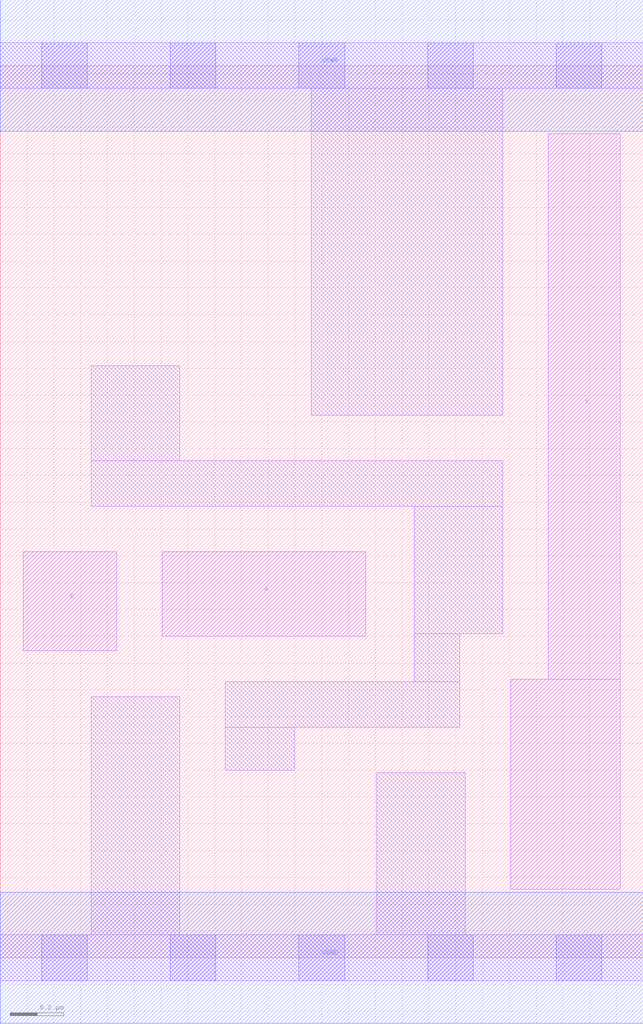
<source format=lef>
# Copyright 2020 The SkyWater PDK Authors
#
# Licensed under the Apache License, Version 2.0 (the "License");
# you may not use this file except in compliance with the License.
# You may obtain a copy of the License at
#
#     https://www.apache.org/licenses/LICENSE-2.0
#
# Unless required by applicable law or agreed to in writing, software
# distributed under the License is distributed on an "AS IS" BASIS,
# WITHOUT WARRANTIES OR CONDITIONS OF ANY KIND, either express or implied.
# See the License for the specific language governing permissions and
# limitations under the License.
#
# SPDX-License-Identifier: Apache-2.0

VERSION 5.7 ;
  NOWIREEXTENSIONATPIN ON ;
  DIVIDERCHAR "/" ;
  BUSBITCHARS "[]" ;
UNITS
  DATABASE MICRONS 200 ;
END UNITS
MACRO sky130_fd_sc_lp__or2_1
  CLASS CORE ;
  FOREIGN sky130_fd_sc_lp__or2_1 ;
  ORIGIN  0.000000  0.000000 ;
  SIZE  2.400000 BY  3.330000 ;
  SYMMETRY X Y R90 ;
  SITE unit ;
  PIN A
    ANTENNAGATEAREA  0.126000 ;
    DIRECTION INPUT ;
    USE SIGNAL ;
    PORT
      LAYER li1 ;
        RECT 0.605000 1.200000 1.365000 1.515000 ;
    END
  END A
  PIN B
    ANTENNAGATEAREA  0.126000 ;
    DIRECTION INPUT ;
    USE SIGNAL ;
    PORT
      LAYER li1 ;
        RECT 0.085000 1.145000 0.435000 1.515000 ;
    END
  END B
  PIN X
    ANTENNADIFFAREA  0.556500 ;
    DIRECTION OUTPUT ;
    USE SIGNAL ;
    PORT
      LAYER li1 ;
        RECT 1.905000 0.255000 2.315000 1.040000 ;
        RECT 2.045000 1.040000 2.315000 3.075000 ;
    END
  END X
  PIN VGND
    DIRECTION INOUT ;
    USE GROUND ;
    PORT
      LAYER met1 ;
        RECT 0.000000 -0.245000 2.400000 0.245000 ;
    END
  END VGND
  PIN VPWR
    DIRECTION INOUT ;
    USE POWER ;
    PORT
      LAYER met1 ;
        RECT 0.000000 3.085000 2.400000 3.575000 ;
    END
  END VPWR
  OBS
    LAYER li1 ;
      RECT 0.000000 -0.085000 2.400000 0.085000 ;
      RECT 0.000000  3.245000 2.400000 3.415000 ;
      RECT 0.340000  0.085000 0.670000 0.975000 ;
      RECT 0.340000  1.685000 1.875000 1.855000 ;
      RECT 0.340000  1.855000 0.670000 2.210000 ;
      RECT 0.840000  0.700000 1.100000 0.860000 ;
      RECT 0.840000  0.860000 1.715000 1.030000 ;
      RECT 1.160000  2.025000 1.875000 3.245000 ;
      RECT 1.405000  0.085000 1.735000 0.690000 ;
      RECT 1.545000  1.030000 1.715000 1.210000 ;
      RECT 1.545000  1.210000 1.875000 1.685000 ;
    LAYER mcon ;
      RECT 0.155000 -0.085000 0.325000 0.085000 ;
      RECT 0.155000  3.245000 0.325000 3.415000 ;
      RECT 0.635000 -0.085000 0.805000 0.085000 ;
      RECT 0.635000  3.245000 0.805000 3.415000 ;
      RECT 1.115000 -0.085000 1.285000 0.085000 ;
      RECT 1.115000  3.245000 1.285000 3.415000 ;
      RECT 1.595000 -0.085000 1.765000 0.085000 ;
      RECT 1.595000  3.245000 1.765000 3.415000 ;
      RECT 2.075000 -0.085000 2.245000 0.085000 ;
      RECT 2.075000  3.245000 2.245000 3.415000 ;
  END
END sky130_fd_sc_lp__or2_1
END LIBRARY

</source>
